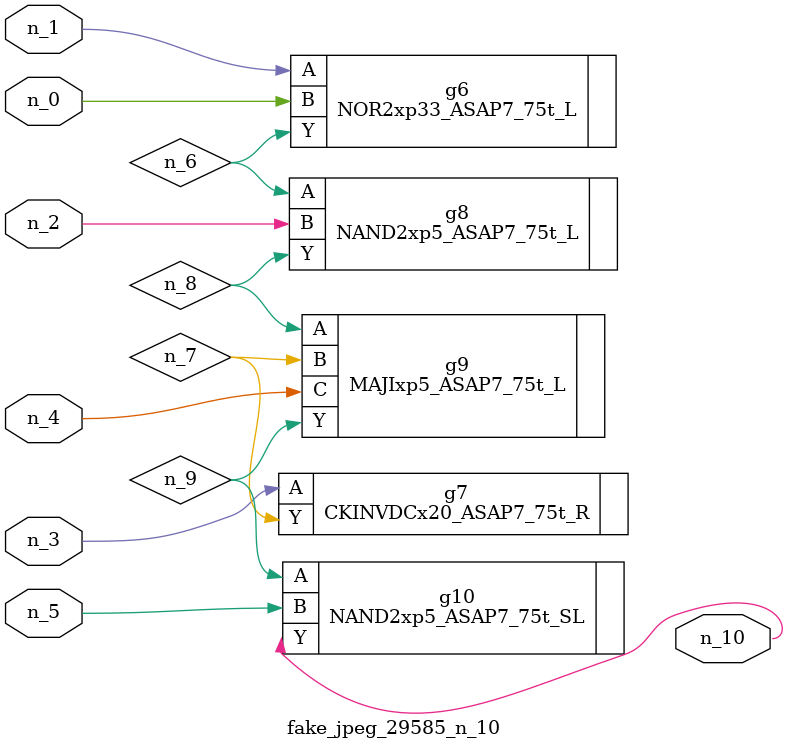
<source format=v>
module fake_jpeg_29585_n_10 (n_3, n_2, n_1, n_0, n_4, n_5, n_10);

input n_3;
input n_2;
input n_1;
input n_0;
input n_4;
input n_5;

output n_10;

wire n_8;
wire n_9;
wire n_6;
wire n_7;

NOR2xp33_ASAP7_75t_L g6 ( 
.A(n_1),
.B(n_0),
.Y(n_6)
);

CKINVDCx20_ASAP7_75t_R g7 ( 
.A(n_3),
.Y(n_7)
);

NAND2xp5_ASAP7_75t_L g8 ( 
.A(n_6),
.B(n_2),
.Y(n_8)
);

MAJIxp5_ASAP7_75t_L g9 ( 
.A(n_8),
.B(n_7),
.C(n_4),
.Y(n_9)
);

NAND2xp5_ASAP7_75t_SL g10 ( 
.A(n_9),
.B(n_5),
.Y(n_10)
);


endmodule
</source>
